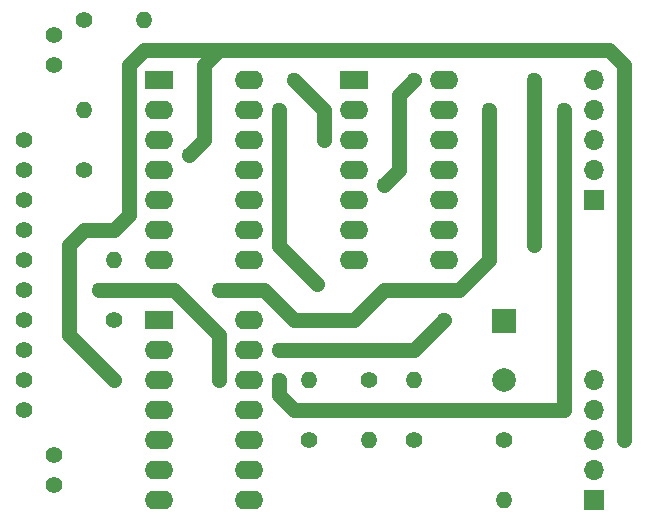
<source format=gtl>
G04 #@! TF.FileFunction,Copper,L1,Top,Signal*
%FSLAX46Y46*%
G04 Gerber Fmt 4.6, Leading zero omitted, Abs format (unit mm)*
G04 Created by KiCad (PCBNEW 4.0.6) date 05/03/17 23:19:27*
%MOMM*%
%LPD*%
G01*
G04 APERTURE LIST*
%ADD10C,0.100000*%
%ADD11R,2.000000X2.000000*%
%ADD12C,2.000000*%
%ADD13C,1.400000*%
%ADD14R,1.700000X1.700000*%
%ADD15O,1.700000X1.700000*%
%ADD16O,1.400000X1.400000*%
%ADD17R,2.400000X1.600000*%
%ADD18O,2.400000X1.600000*%
%ADD19C,1.270000*%
%ADD20C,1.270000*%
G04 APERTURE END LIST*
D10*
D11*
X148590000Y-123270000D03*
D12*
X148590000Y-128270000D03*
D13*
X110490000Y-137160000D03*
X110490000Y-134620000D03*
X110490000Y-101600000D03*
X110490000Y-99060000D03*
X107950000Y-115570000D03*
X107950000Y-113030000D03*
D14*
X156210000Y-138430000D03*
D15*
X156210000Y-135890000D03*
X156210000Y-133350000D03*
X156210000Y-130810000D03*
X156210000Y-128270000D03*
D14*
X156210000Y-113030000D03*
D15*
X156210000Y-110490000D03*
X156210000Y-107950000D03*
X156210000Y-105410000D03*
X156210000Y-102870000D03*
D13*
X132080000Y-133350000D03*
D16*
X137160000Y-133350000D03*
D13*
X148590000Y-133350000D03*
D16*
X148590000Y-138430000D03*
D13*
X140970000Y-133350000D03*
D16*
X140970000Y-128270000D03*
D13*
X137160000Y-128270000D03*
D16*
X132080000Y-128270000D03*
D13*
X115570000Y-123190000D03*
D16*
X115570000Y-118110000D03*
D13*
X113030000Y-110490000D03*
D16*
X113030000Y-105410000D03*
D13*
X113030000Y-97790000D03*
D16*
X118110000Y-97790000D03*
D17*
X119380000Y-102870000D03*
D18*
X127000000Y-118110000D03*
X119380000Y-105410000D03*
X127000000Y-115570000D03*
X119380000Y-107950000D03*
X127000000Y-113030000D03*
X119380000Y-110490000D03*
X127000000Y-110490000D03*
X119380000Y-113030000D03*
X127000000Y-107950000D03*
X119380000Y-115570000D03*
X127000000Y-105410000D03*
X119380000Y-118110000D03*
X127000000Y-102870000D03*
D17*
X119380000Y-123190000D03*
D18*
X127000000Y-138430000D03*
X119380000Y-125730000D03*
X127000000Y-135890000D03*
X119380000Y-128270000D03*
X127000000Y-133350000D03*
X119380000Y-130810000D03*
X127000000Y-130810000D03*
X119380000Y-133350000D03*
X127000000Y-128270000D03*
X119380000Y-135890000D03*
X127000000Y-125730000D03*
X119380000Y-138430000D03*
X127000000Y-123190000D03*
D17*
X135890000Y-102870000D03*
D18*
X143510000Y-118110000D03*
X135890000Y-105410000D03*
X143510000Y-115570000D03*
X135890000Y-107950000D03*
X143510000Y-113030000D03*
X135890000Y-110490000D03*
X143510000Y-110490000D03*
X135890000Y-113030000D03*
X143510000Y-107950000D03*
X135890000Y-115570000D03*
X143510000Y-105410000D03*
X135890000Y-118110000D03*
X143510000Y-102870000D03*
D13*
X107950000Y-120650000D03*
X107950000Y-118110000D03*
X107950000Y-110490000D03*
X107950000Y-107950000D03*
X107950000Y-130810000D03*
X107950000Y-128270000D03*
X107950000Y-125730000D03*
X107950000Y-123190000D03*
D19*
X129540000Y-125730000D03*
X143510000Y-123190000D03*
X158750000Y-133350000D03*
X115570000Y-128270000D03*
X158750000Y-107950000D03*
X121920000Y-109220000D03*
X132803038Y-120116774D03*
X129540000Y-105410000D03*
X114300000Y-120650000D03*
X124460000Y-128270000D03*
X129540000Y-128270000D03*
X153670000Y-130810000D03*
X153670000Y-105410000D03*
X151130000Y-102870000D03*
X151130000Y-116840000D03*
X140970000Y-102870000D03*
X138430000Y-111760000D03*
X124460000Y-120650000D03*
X147320000Y-105410000D03*
X130810000Y-102870000D03*
X133350000Y-107950000D03*
D20*
X143510000Y-123190000D02*
X140970000Y-125730000D01*
X140970000Y-125730000D02*
X129540000Y-125730000D01*
X158750000Y-133350000D02*
X158750000Y-107950000D01*
X111760000Y-124460000D02*
X115570000Y-128270000D01*
X111760000Y-116840000D02*
X111760000Y-124460000D01*
X113030000Y-115570000D02*
X111760000Y-116840000D01*
X115570000Y-115570000D02*
X113030000Y-115570000D01*
X116840000Y-114300000D02*
X115570000Y-115570000D01*
X116840000Y-101600000D02*
X116840000Y-114300000D01*
X118110000Y-100330000D02*
X116840000Y-101600000D01*
X124460000Y-100330000D02*
X118110000Y-100330000D01*
X157480000Y-100330000D02*
X158750000Y-101600000D01*
X158750000Y-101600000D02*
X158750000Y-107950000D01*
X124460000Y-100330000D02*
X157480000Y-100330000D01*
X123190000Y-101600000D02*
X124460000Y-100330000D01*
X123190000Y-107950000D02*
X123190000Y-101600000D01*
X121920000Y-109220000D02*
X123190000Y-107950000D01*
X132803038Y-120116774D02*
X129540000Y-116853736D01*
X129540000Y-116853736D02*
X129540000Y-105410000D01*
X120650000Y-120650000D02*
X114300000Y-120650000D01*
X124460000Y-124460000D02*
X120650000Y-120650000D01*
X124460000Y-128270000D02*
X124460000Y-124460000D01*
X129540000Y-129540000D02*
X130810000Y-130810000D01*
X130810000Y-130810000D02*
X153670000Y-130810000D01*
X129540000Y-128270000D02*
X129540000Y-129540000D01*
X153670000Y-105410000D02*
X153670000Y-130810000D01*
X151130000Y-116840000D02*
X151130000Y-102870000D01*
X139700000Y-110490000D02*
X139700000Y-104140000D01*
X139700000Y-104140000D02*
X140970000Y-102870000D01*
X138430000Y-111760000D02*
X139700000Y-110490000D01*
X124460000Y-120650000D02*
X128270000Y-120650000D01*
X147320000Y-105410000D02*
X147320000Y-118110000D01*
X147320000Y-118110000D02*
X144780000Y-120650000D01*
X144780000Y-120650000D02*
X138430000Y-120650000D01*
X138430000Y-120650000D02*
X135890000Y-123190000D01*
X135890000Y-123190000D02*
X130810000Y-123190000D01*
X130810000Y-123190000D02*
X128270000Y-120650000D01*
X133350000Y-107950000D02*
X133350000Y-105410000D01*
X133350000Y-105410000D02*
X130810000Y-102870000D01*
M02*

</source>
